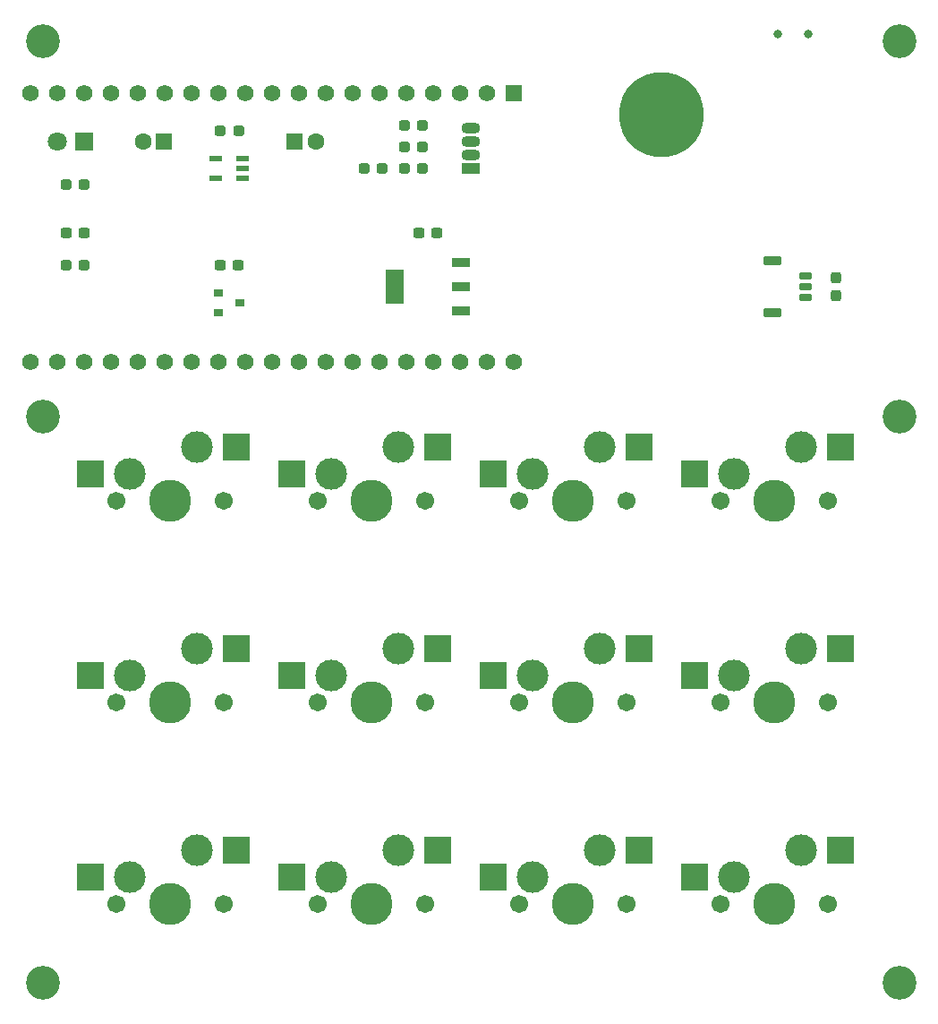
<source format=gbs>
G04 #@! TF.GenerationSoftware,KiCad,Pcbnew,(6.0.6)*
G04 #@! TF.CreationDate,2022-07-26T08:16:13+09:00*
G04 #@! TF.ProjectId,ble_macro_keyboard,626c655f-6d61-4637-926f-5f6b6579626f,rev?*
G04 #@! TF.SameCoordinates,Original*
G04 #@! TF.FileFunction,Soldermask,Bot*
G04 #@! TF.FilePolarity,Negative*
%FSLAX46Y46*%
G04 Gerber Fmt 4.6, Leading zero omitted, Abs format (unit mm)*
G04 Created by KiCad (PCBNEW (6.0.6)) date 2022-07-26 08:16:13*
%MOMM*%
%LPD*%
G01*
G04 APERTURE LIST*
G04 Aperture macros list*
%AMRoundRect*
0 Rectangle with rounded corners*
0 $1 Rounding radius*
0 $2 $3 $4 $5 $6 $7 $8 $9 X,Y pos of 4 corners*
0 Add a 4 corners polygon primitive as box body*
4,1,4,$2,$3,$4,$5,$6,$7,$8,$9,$2,$3,0*
0 Add four circle primitives for the rounded corners*
1,1,$1+$1,$2,$3*
1,1,$1+$1,$4,$5*
1,1,$1+$1,$6,$7*
1,1,$1+$1,$8,$9*
0 Add four rect primitives between the rounded corners*
20,1,$1+$1,$2,$3,$4,$5,0*
20,1,$1+$1,$4,$5,$6,$7,0*
20,1,$1+$1,$6,$7,$8,$9,0*
20,1,$1+$1,$8,$9,$2,$3,0*%
G04 Aperture macros list end*
%ADD10R,2.550000X2.500000*%
%ADD11C,3.000000*%
%ADD12C,1.701800*%
%ADD13C,3.987800*%
%ADD14C,3.200000*%
%ADD15C,8.000000*%
%ADD16C,0.800000*%
%ADD17C,1.560000*%
%ADD18R,1.560000X1.560000*%
%ADD19RoundRect,0.237500X-0.287500X-0.237500X0.287500X-0.237500X0.287500X0.237500X-0.287500X0.237500X0*%
%ADD20RoundRect,0.237500X-0.300000X-0.237500X0.300000X-0.237500X0.300000X0.237500X-0.300000X0.237500X0*%
%ADD21C,1.600000*%
%ADD22R,1.600000X1.600000*%
%ADD23RoundRect,0.237500X0.287500X0.237500X-0.287500X0.237500X-0.287500X-0.237500X0.287500X-0.237500X0*%
%ADD24C,1.800000*%
%ADD25R,1.800000X1.800000*%
%ADD26R,0.900000X0.800000*%
%ADD27O,1.800000X1.070000*%
%ADD28R,1.800000X1.070000*%
%ADD29R,1.270000X0.558800*%
%ADD30RoundRect,0.237500X0.237500X-0.300000X0.237500X0.300000X-0.237500X0.300000X-0.237500X-0.300000X0*%
%ADD31R,1.750000X0.950000*%
%ADD32R,1.750000X3.200000*%
%ADD33RoundRect,0.150000X0.475000X-0.150000X0.475000X0.150000X-0.475000X0.150000X-0.475000X-0.150000X0*%
%ADD34RoundRect,0.225000X0.625000X-0.225000X0.625000X0.225000X-0.625000X0.225000X-0.625000X-0.225000X0*%
G04 APERTURE END LIST*
D10*
X28492000Y-61960000D03*
X42342000Y-59420000D03*
D11*
X32242000Y-61960000D03*
D12*
X30972000Y-64500000D03*
D13*
X36052000Y-64500000D03*
D12*
X41132000Y-64500000D03*
D11*
X38592000Y-59420000D03*
D10*
X85642000Y-81010000D03*
X99492000Y-78470000D03*
D12*
X98282000Y-83550000D03*
D11*
X89392000Y-81010000D03*
D13*
X93202000Y-83550000D03*
D11*
X95742000Y-78470000D03*
D12*
X88122000Y-83550000D03*
D10*
X47542000Y-61960000D03*
X61392000Y-59420000D03*
D13*
X55102000Y-64500000D03*
D12*
X60182000Y-64500000D03*
X50022000Y-64500000D03*
D11*
X57642000Y-59420000D03*
X51292000Y-61960000D03*
D10*
X47542000Y-81010000D03*
X61392000Y-78470000D03*
D11*
X57642000Y-78470000D03*
D13*
X55102000Y-83550000D03*
D11*
X51292000Y-81010000D03*
D12*
X60182000Y-83550000D03*
X50022000Y-83550000D03*
D10*
X85642000Y-61960000D03*
X99492000Y-59420000D03*
D12*
X88122000Y-64500000D03*
D11*
X95742000Y-59420000D03*
D13*
X93202000Y-64500000D03*
D11*
X89392000Y-61960000D03*
D12*
X98282000Y-64500000D03*
D10*
X66592000Y-81010000D03*
X80442000Y-78470000D03*
D13*
X74152000Y-83550000D03*
D11*
X76692000Y-78470000D03*
X70342000Y-81010000D03*
D12*
X79232000Y-83550000D03*
X69072000Y-83550000D03*
D10*
X66592000Y-61960000D03*
X80442000Y-59420000D03*
D13*
X74152000Y-64500000D03*
D12*
X79232000Y-64500000D03*
D11*
X70342000Y-61960000D03*
D12*
X69072000Y-64500000D03*
D11*
X76692000Y-59420000D03*
D10*
X28492000Y-81010000D03*
X42342000Y-78470000D03*
D11*
X38592000Y-78470000D03*
X32242000Y-81010000D03*
D12*
X30972000Y-83550000D03*
X41132000Y-83550000D03*
D13*
X36052000Y-83550000D03*
D14*
X24000000Y-21000000D03*
X105000000Y-21000000D03*
D10*
X47542000Y-100060000D03*
X61392000Y-97520000D03*
D11*
X57642000Y-97520000D03*
D12*
X60182000Y-102600000D03*
D13*
X55102000Y-102600000D03*
D11*
X51292000Y-100060000D03*
D12*
X50022000Y-102600000D03*
D10*
X28492000Y-100060000D03*
X42342000Y-97520000D03*
D13*
X36052000Y-102600000D03*
D11*
X38592000Y-97520000D03*
D12*
X30972000Y-102600000D03*
D11*
X32242000Y-100060000D03*
D12*
X41132000Y-102600000D03*
D14*
X105000000Y-56500000D03*
X24000000Y-56500000D03*
D15*
X82500000Y-28000000D03*
D10*
X85642000Y-100060000D03*
X99492000Y-97520000D03*
D11*
X89392000Y-100060000D03*
D13*
X93202000Y-102600000D03*
D12*
X98282000Y-102600000D03*
D11*
X95742000Y-97520000D03*
D12*
X88122000Y-102600000D03*
D16*
X93530000Y-20352000D03*
X96430000Y-20352000D03*
D14*
X24000000Y-110000000D03*
D10*
X66592000Y-100060000D03*
X80442000Y-97520000D03*
D13*
X74152000Y-102600000D03*
D12*
X69072000Y-102600000D03*
D11*
X76692000Y-97520000D03*
X70342000Y-100060000D03*
D12*
X79232000Y-102600000D03*
D17*
X22844000Y-51340000D03*
X25384000Y-51340000D03*
X27924000Y-51340000D03*
X30464000Y-51340000D03*
X33004000Y-51340000D03*
X35544000Y-51340000D03*
X38084000Y-51340000D03*
X40624000Y-51340000D03*
X43164000Y-51340000D03*
X45704000Y-51340000D03*
X48244000Y-51340000D03*
X50784000Y-51340000D03*
X53324000Y-51340000D03*
X55864000Y-51340000D03*
X58404000Y-51340000D03*
X60944000Y-51340000D03*
X63484000Y-51340000D03*
X66024000Y-51340000D03*
X68564000Y-51340000D03*
X22844000Y-25940000D03*
X25384000Y-25940000D03*
X27924000Y-25940000D03*
X30464000Y-25940000D03*
X33004000Y-25940000D03*
X35544000Y-25940000D03*
X38084000Y-25940000D03*
X40624000Y-25940000D03*
X43164000Y-25940000D03*
X45704000Y-25940000D03*
X48244000Y-25940000D03*
X50784000Y-25940000D03*
X53324000Y-25940000D03*
X55864000Y-25940000D03*
X58404000Y-25940000D03*
X60944000Y-25940000D03*
X63484000Y-25940000D03*
X66024000Y-25940000D03*
D18*
X68564000Y-25940000D03*
D14*
X105000000Y-110000000D03*
D19*
X58178000Y-28988000D03*
X59928000Y-28988000D03*
D20*
X59573500Y-39148000D03*
X61298500Y-39148000D03*
D21*
X49796888Y-30512000D03*
D22*
X47796888Y-30512000D03*
D19*
X54368000Y-33052000D03*
X56118000Y-33052000D03*
X58178000Y-33052000D03*
X59928000Y-33052000D03*
D23*
X27924000Y-34576000D03*
X26174000Y-34576000D03*
D24*
X25384000Y-30512000D03*
D25*
X27924000Y-30512000D03*
D19*
X26174000Y-42196000D03*
X27924000Y-42196000D03*
X58178000Y-31020000D03*
X59928000Y-31020000D03*
D21*
X33483113Y-30512000D03*
D22*
X35483113Y-30512000D03*
D26*
X40640000Y-46702000D03*
X40640000Y-44802000D03*
X42640000Y-45752000D03*
D19*
X40765000Y-29496000D03*
X42515000Y-29496000D03*
D27*
X64500000Y-29242000D03*
X64500000Y-30512000D03*
X64500000Y-31782000D03*
D28*
X64500000Y-33052000D03*
D29*
X42935400Y-32112200D03*
X42935400Y-33052000D03*
X42935400Y-33991800D03*
X40344600Y-33991800D03*
X40344600Y-32112200D03*
D20*
X40777500Y-42196000D03*
X42502500Y-42196000D03*
D30*
X99044000Y-45090500D03*
X99044000Y-43365500D03*
D31*
X63586000Y-41928000D03*
X63586000Y-44228000D03*
X63586000Y-46528000D03*
D32*
X57286000Y-44228000D03*
D33*
X96147000Y-45228000D03*
X96147000Y-44228000D03*
X96147000Y-43228000D03*
D34*
X93022000Y-46678000D03*
X93022000Y-41778000D03*
D20*
X26199000Y-39148000D03*
X27924000Y-39148000D03*
M02*

</source>
